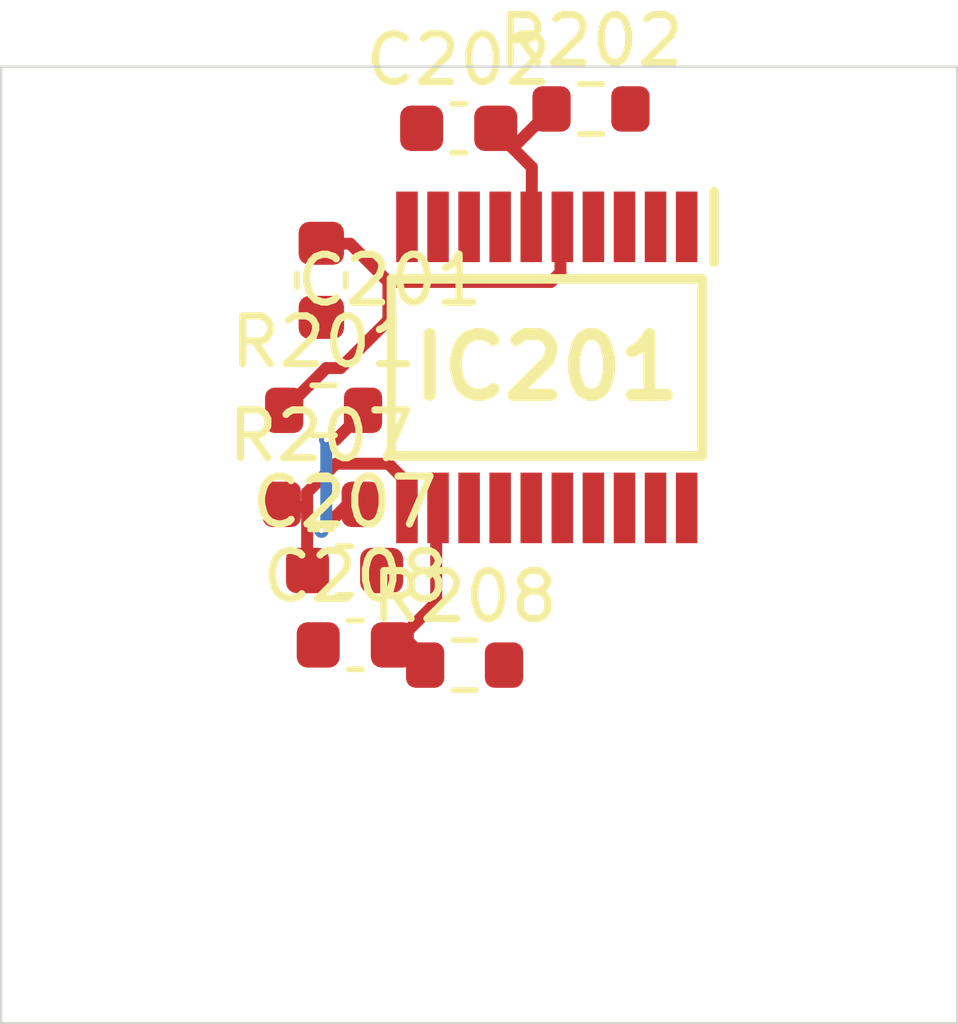
<source format=kicad_pcb>
 ( kicad_pcb  ( version 20171130 )
 ( host pcbnew 5.1.12-84ad8e8a86~92~ubuntu18.04.1 )
 ( general  ( thickness 1.6 )
 ( drawings 4 )
 ( tracks 0 )
 ( zones 0 )
 ( modules 9 )
 ( nets 19 )
)
 ( page A4 )
 ( layers  ( 0 F.Cu signal )
 ( 31 B.Cu signal )
 ( 32 B.Adhes user )
 ( 33 F.Adhes user )
 ( 34 B.Paste user )
 ( 35 F.Paste user )
 ( 36 B.SilkS user )
 ( 37 F.SilkS user )
 ( 38 B.Mask user )
 ( 39 F.Mask user )
 ( 40 Dwgs.User user )
 ( 41 Cmts.User user )
 ( 42 Eco1.User user )
 ( 43 Eco2.User user )
 ( 44 Edge.Cuts user )
 ( 45 Margin user )
 ( 46 B.CrtYd user )
 ( 47 F.CrtYd user )
 ( 48 B.Fab user )
 ( 49 F.Fab user )
)
 ( setup  ( last_trace_width 0.25 )
 ( trace_clearance 0.2 )
 ( zone_clearance 0.508 )
 ( zone_45_only no )
 ( trace_min 0.2 )
 ( via_size 0.8 )
 ( via_drill 0.4 )
 ( via_min_size 0.4 )
 ( via_min_drill 0.3 )
 ( uvia_size 0.3 )
 ( uvia_drill 0.1 )
 ( uvias_allowed no )
 ( uvia_min_size 0.2 )
 ( uvia_min_drill 0.1 )
 ( edge_width 0.05 )
 ( segment_width 0.2 )
 ( pcb_text_width 0.3 )
 ( pcb_text_size 1.5 1.5 )
 ( mod_edge_width 0.12 )
 ( mod_text_size 1 1 )
 ( mod_text_width 0.15 )
 ( pad_size 1.524 1.524 )
 ( pad_drill 0.762 )
 ( pad_to_mask_clearance 0 )
 ( aux_axis_origin 0 0 )
 ( visible_elements FFFFFF7F )
 ( pcbplotparams  ( layerselection 0x010fc_ffffffff )
 ( usegerberextensions false )
 ( usegerberattributes true )
 ( usegerberadvancedattributes true )
 ( creategerberjobfile true )
 ( excludeedgelayer true )
 ( linewidth 0.100000 )
 ( plotframeref false )
 ( viasonmask false )
 ( mode 1 )
 ( useauxorigin false )
 ( hpglpennumber 1 )
 ( hpglpenspeed 20 )
 ( hpglpendiameter 15.000000 )
 ( psnegative false )
 ( psa4output false )
 ( plotreference true )
 ( plotvalue true )
 ( plotinvisibletext false )
 ( padsonsilk false )
 ( subtractmaskfromsilk false )
 ( outputformat 1 )
 ( mirror false )
 ( drillshape 1 )
 ( scaleselection 1 )
 ( outputdirectory "" )
)
)
 ( net 0 "" )
 ( net 1 GND )
 ( net 2 /Sheet6235D886/ch0 )
 ( net 3 /Sheet6235D886/ch1 )
 ( net 4 /Sheet6235D886/ch2 )
 ( net 5 /Sheet6235D886/ch3 )
 ( net 6 /Sheet6235D886/ch4 )
 ( net 7 /Sheet6235D886/ch5 )
 ( net 8 /Sheet6235D886/ch6 )
 ( net 9 /Sheet6235D886/ch7 )
 ( net 10 VDD )
 ( net 11 VDDA )
 ( net 12 /Sheet6235D886/adc_csn )
 ( net 13 /Sheet6235D886/adc_sck )
 ( net 14 /Sheet6235D886/adc_sdi )
 ( net 15 /Sheet6235D886/adc_sdo )
 ( net 16 /Sheet6235D886/vp )
 ( net 17 /Sheet6248AD22/chn0 )
 ( net 18 /Sheet6248AD22/chn3 )
 ( net_class Default "This is the default net class."  ( clearance 0.2 )
 ( trace_width 0.25 )
 ( via_dia 0.8 )
 ( via_drill 0.4 )
 ( uvia_dia 0.3 )
 ( uvia_drill 0.1 )
 ( add_net /Sheet6235D886/adc_csn )
 ( add_net /Sheet6235D886/adc_sck )
 ( add_net /Sheet6235D886/adc_sdi )
 ( add_net /Sheet6235D886/adc_sdo )
 ( add_net /Sheet6235D886/ch0 )
 ( add_net /Sheet6235D886/ch1 )
 ( add_net /Sheet6235D886/ch2 )
 ( add_net /Sheet6235D886/ch3 )
 ( add_net /Sheet6235D886/ch4 )
 ( add_net /Sheet6235D886/ch5 )
 ( add_net /Sheet6235D886/ch6 )
 ( add_net /Sheet6235D886/ch7 )
 ( add_net /Sheet6235D886/vp )
 ( add_net /Sheet6248AD22/chn0 )
 ( add_net /Sheet6248AD22/chn3 )
 ( add_net GND )
 ( add_net VDD )
 ( add_net VDDA )
)
 ( module Capacitor_SMD:C_0603_1608Metric  ( layer F.Cu )
 ( tedit 5F68FEEE )
 ( tstamp 6234222D )
 ( at 86.696700 104.466000 270.000000 )
 ( descr "Capacitor SMD 0603 (1608 Metric), square (rectangular) end terminal, IPC_7351 nominal, (Body size source: IPC-SM-782 page 76, https://www.pcb-3d.com/wordpress/wp-content/uploads/ipc-sm-782a_amendment_1_and_2.pdf), generated with kicad-footprint-generator" )
 ( tags capacitor )
 ( path /6235D887/623691C5 )
 ( attr smd )
 ( fp_text reference C201  ( at 0 -1.43 )
 ( layer F.SilkS )
 ( effects  ( font  ( size 1 1 )
 ( thickness 0.15 )
)
)
)
 ( fp_text value 0.1uF  ( at 0 1.43 )
 ( layer F.Fab )
 ( effects  ( font  ( size 1 1 )
 ( thickness 0.15 )
)
)
)
 ( fp_line  ( start -0.8 0.4 )
 ( end -0.8 -0.4 )
 ( layer F.Fab )
 ( width 0.1 )
)
 ( fp_line  ( start -0.8 -0.4 )
 ( end 0.8 -0.4 )
 ( layer F.Fab )
 ( width 0.1 )
)
 ( fp_line  ( start 0.8 -0.4 )
 ( end 0.8 0.4 )
 ( layer F.Fab )
 ( width 0.1 )
)
 ( fp_line  ( start 0.8 0.4 )
 ( end -0.8 0.4 )
 ( layer F.Fab )
 ( width 0.1 )
)
 ( fp_line  ( start -0.14058 -0.51 )
 ( end 0.14058 -0.51 )
 ( layer F.SilkS )
 ( width 0.12 )
)
 ( fp_line  ( start -0.14058 0.51 )
 ( end 0.14058 0.51 )
 ( layer F.SilkS )
 ( width 0.12 )
)
 ( fp_line  ( start -1.48 0.73 )
 ( end -1.48 -0.73 )
 ( layer F.CrtYd )
 ( width 0.05 )
)
 ( fp_line  ( start -1.48 -0.73 )
 ( end 1.48 -0.73 )
 ( layer F.CrtYd )
 ( width 0.05 )
)
 ( fp_line  ( start 1.48 -0.73 )
 ( end 1.48 0.73 )
 ( layer F.CrtYd )
 ( width 0.05 )
)
 ( fp_line  ( start 1.48 0.73 )
 ( end -1.48 0.73 )
 ( layer F.CrtYd )
 ( width 0.05 )
)
 ( fp_text user %R  ( at 0 0 )
 ( layer F.Fab )
 ( effects  ( font  ( size 0.4 0.4 )
 ( thickness 0.06 )
)
)
)
 ( pad 2 smd roundrect  ( at 0.775 0 270.000000 )
 ( size 0.9 0.95 )
 ( layers F.Cu F.Mask F.Paste )
 ( roundrect_rratio 0.25 )
 ( net 1 GND )
)
 ( pad 1 smd roundrect  ( at -0.775 0 270.000000 )
 ( size 0.9 0.95 )
 ( layers F.Cu F.Mask F.Paste )
 ( roundrect_rratio 0.25 )
 ( net 2 /Sheet6235D886/ch0 )
)
 ( model ${KISYS3DMOD}/Capacitor_SMD.3dshapes/C_0603_1608Metric.wrl  ( at  ( xyz 0 0 0 )
)
 ( scale  ( xyz 1 1 1 )
)
 ( rotate  ( xyz 0 0 0 )
)
)
)
 ( module Capacitor_SMD:C_0603_1608Metric  ( layer F.Cu )
 ( tedit 5F68FEEE )
 ( tstamp 6234223E )
 ( at 89.570100 101.287000 )
 ( descr "Capacitor SMD 0603 (1608 Metric), square (rectangular) end terminal, IPC_7351 nominal, (Body size source: IPC-SM-782 page 76, https://www.pcb-3d.com/wordpress/wp-content/uploads/ipc-sm-782a_amendment_1_and_2.pdf), generated with kicad-footprint-generator" )
 ( tags capacitor )
 ( path /6235D887/62369EE0 )
 ( attr smd )
 ( fp_text reference C202  ( at 0 -1.43 )
 ( layer F.SilkS )
 ( effects  ( font  ( size 1 1 )
 ( thickness 0.15 )
)
)
)
 ( fp_text value 0.1uF  ( at 0 1.43 )
 ( layer F.Fab )
 ( effects  ( font  ( size 1 1 )
 ( thickness 0.15 )
)
)
)
 ( fp_line  ( start 1.48 0.73 )
 ( end -1.48 0.73 )
 ( layer F.CrtYd )
 ( width 0.05 )
)
 ( fp_line  ( start 1.48 -0.73 )
 ( end 1.48 0.73 )
 ( layer F.CrtYd )
 ( width 0.05 )
)
 ( fp_line  ( start -1.48 -0.73 )
 ( end 1.48 -0.73 )
 ( layer F.CrtYd )
 ( width 0.05 )
)
 ( fp_line  ( start -1.48 0.73 )
 ( end -1.48 -0.73 )
 ( layer F.CrtYd )
 ( width 0.05 )
)
 ( fp_line  ( start -0.14058 0.51 )
 ( end 0.14058 0.51 )
 ( layer F.SilkS )
 ( width 0.12 )
)
 ( fp_line  ( start -0.14058 -0.51 )
 ( end 0.14058 -0.51 )
 ( layer F.SilkS )
 ( width 0.12 )
)
 ( fp_line  ( start 0.8 0.4 )
 ( end -0.8 0.4 )
 ( layer F.Fab )
 ( width 0.1 )
)
 ( fp_line  ( start 0.8 -0.4 )
 ( end 0.8 0.4 )
 ( layer F.Fab )
 ( width 0.1 )
)
 ( fp_line  ( start -0.8 -0.4 )
 ( end 0.8 -0.4 )
 ( layer F.Fab )
 ( width 0.1 )
)
 ( fp_line  ( start -0.8 0.4 )
 ( end -0.8 -0.4 )
 ( layer F.Fab )
 ( width 0.1 )
)
 ( fp_text user %R  ( at 0 0 )
 ( layer F.Fab )
 ( effects  ( font  ( size 0.4 0.4 )
 ( thickness 0.06 )
)
)
)
 ( pad 1 smd roundrect  ( at -0.775 0 )
 ( size 0.9 0.95 )
 ( layers F.Cu F.Mask F.Paste )
 ( roundrect_rratio 0.25 )
 ( net 1 GND )
)
 ( pad 2 smd roundrect  ( at 0.775 0 )
 ( size 0.9 0.95 )
 ( layers F.Cu F.Mask F.Paste )
 ( roundrect_rratio 0.25 )
 ( net 3 /Sheet6235D886/ch1 )
)
 ( model ${KISYS3DMOD}/Capacitor_SMD.3dshapes/C_0603_1608Metric.wrl  ( at  ( xyz 0 0 0 )
)
 ( scale  ( xyz 1 1 1 )
)
 ( rotate  ( xyz 0 0 0 )
)
)
)
 ( module Capacitor_SMD:C_0603_1608Metric  ( layer F.Cu )
 ( tedit 5F68FEEE )
 ( tstamp 62342293 )
 ( at 87.182800 110.534000 )
 ( descr "Capacitor SMD 0603 (1608 Metric), square (rectangular) end terminal, IPC_7351 nominal, (Body size source: IPC-SM-782 page 76, https://www.pcb-3d.com/wordpress/wp-content/uploads/ipc-sm-782a_amendment_1_and_2.pdf), generated with kicad-footprint-generator" )
 ( tags capacitor )
 ( path /6235D887/6238B3FE )
 ( attr smd )
 ( fp_text reference C207  ( at 0 -1.43 )
 ( layer F.SilkS )
 ( effects  ( font  ( size 1 1 )
 ( thickness 0.15 )
)
)
)
 ( fp_text value 0.1uF  ( at 0 1.43 )
 ( layer F.Fab )
 ( effects  ( font  ( size 1 1 )
 ( thickness 0.15 )
)
)
)
 ( fp_line  ( start -0.8 0.4 )
 ( end -0.8 -0.4 )
 ( layer F.Fab )
 ( width 0.1 )
)
 ( fp_line  ( start -0.8 -0.4 )
 ( end 0.8 -0.4 )
 ( layer F.Fab )
 ( width 0.1 )
)
 ( fp_line  ( start 0.8 -0.4 )
 ( end 0.8 0.4 )
 ( layer F.Fab )
 ( width 0.1 )
)
 ( fp_line  ( start 0.8 0.4 )
 ( end -0.8 0.4 )
 ( layer F.Fab )
 ( width 0.1 )
)
 ( fp_line  ( start -0.14058 -0.51 )
 ( end 0.14058 -0.51 )
 ( layer F.SilkS )
 ( width 0.12 )
)
 ( fp_line  ( start -0.14058 0.51 )
 ( end 0.14058 0.51 )
 ( layer F.SilkS )
 ( width 0.12 )
)
 ( fp_line  ( start -1.48 0.73 )
 ( end -1.48 -0.73 )
 ( layer F.CrtYd )
 ( width 0.05 )
)
 ( fp_line  ( start -1.48 -0.73 )
 ( end 1.48 -0.73 )
 ( layer F.CrtYd )
 ( width 0.05 )
)
 ( fp_line  ( start 1.48 -0.73 )
 ( end 1.48 0.73 )
 ( layer F.CrtYd )
 ( width 0.05 )
)
 ( fp_line  ( start 1.48 0.73 )
 ( end -1.48 0.73 )
 ( layer F.CrtYd )
 ( width 0.05 )
)
 ( fp_text user %R  ( at 0 0 )
 ( layer F.Fab )
 ( effects  ( font  ( size 0.4 0.4 )
 ( thickness 0.06 )
)
)
)
 ( pad 2 smd roundrect  ( at 0.775 0 )
 ( size 0.9 0.95 )
 ( layers F.Cu F.Mask F.Paste )
 ( roundrect_rratio 0.25 )
 ( net 1 GND )
)
 ( pad 1 smd roundrect  ( at -0.775 0 )
 ( size 0.9 0.95 )
 ( layers F.Cu F.Mask F.Paste )
 ( roundrect_rratio 0.25 )
 ( net 8 /Sheet6235D886/ch6 )
)
 ( model ${KISYS3DMOD}/Capacitor_SMD.3dshapes/C_0603_1608Metric.wrl  ( at  ( xyz 0 0 0 )
)
 ( scale  ( xyz 1 1 1 )
)
 ( rotate  ( xyz 0 0 0 )
)
)
)
 ( module Capacitor_SMD:C_0603_1608Metric  ( layer F.Cu )
 ( tedit 5F68FEEE )
 ( tstamp 623422A4 )
 ( at 87.407100 112.089000 )
 ( descr "Capacitor SMD 0603 (1608 Metric), square (rectangular) end terminal, IPC_7351 nominal, (Body size source: IPC-SM-782 page 76, https://www.pcb-3d.com/wordpress/wp-content/uploads/ipc-sm-782a_amendment_1_and_2.pdf), generated with kicad-footprint-generator" )
 ( tags capacitor )
 ( path /6235D887/6238B404 )
 ( attr smd )
 ( fp_text reference C208  ( at 0 -1.43 )
 ( layer F.SilkS )
 ( effects  ( font  ( size 1 1 )
 ( thickness 0.15 )
)
)
)
 ( fp_text value 0.1uF  ( at 0 1.43 )
 ( layer F.Fab )
 ( effects  ( font  ( size 1 1 )
 ( thickness 0.15 )
)
)
)
 ( fp_line  ( start 1.48 0.73 )
 ( end -1.48 0.73 )
 ( layer F.CrtYd )
 ( width 0.05 )
)
 ( fp_line  ( start 1.48 -0.73 )
 ( end 1.48 0.73 )
 ( layer F.CrtYd )
 ( width 0.05 )
)
 ( fp_line  ( start -1.48 -0.73 )
 ( end 1.48 -0.73 )
 ( layer F.CrtYd )
 ( width 0.05 )
)
 ( fp_line  ( start -1.48 0.73 )
 ( end -1.48 -0.73 )
 ( layer F.CrtYd )
 ( width 0.05 )
)
 ( fp_line  ( start -0.14058 0.51 )
 ( end 0.14058 0.51 )
 ( layer F.SilkS )
 ( width 0.12 )
)
 ( fp_line  ( start -0.14058 -0.51 )
 ( end 0.14058 -0.51 )
 ( layer F.SilkS )
 ( width 0.12 )
)
 ( fp_line  ( start 0.8 0.4 )
 ( end -0.8 0.4 )
 ( layer F.Fab )
 ( width 0.1 )
)
 ( fp_line  ( start 0.8 -0.4 )
 ( end 0.8 0.4 )
 ( layer F.Fab )
 ( width 0.1 )
)
 ( fp_line  ( start -0.8 -0.4 )
 ( end 0.8 -0.4 )
 ( layer F.Fab )
 ( width 0.1 )
)
 ( fp_line  ( start -0.8 0.4 )
 ( end -0.8 -0.4 )
 ( layer F.Fab )
 ( width 0.1 )
)
 ( fp_text user %R  ( at 0 0 )
 ( layer F.Fab )
 ( effects  ( font  ( size 0.4 0.4 )
 ( thickness 0.06 )
)
)
)
 ( pad 1 smd roundrect  ( at -0.775 0 )
 ( size 0.9 0.95 )
 ( layers F.Cu F.Mask F.Paste )
 ( roundrect_rratio 0.25 )
 ( net 1 GND )
)
 ( pad 2 smd roundrect  ( at 0.775 0 )
 ( size 0.9 0.95 )
 ( layers F.Cu F.Mask F.Paste )
 ( roundrect_rratio 0.25 )
 ( net 9 /Sheet6235D886/ch7 )
)
 ( model ${KISYS3DMOD}/Capacitor_SMD.3dshapes/C_0603_1608Metric.wrl  ( at  ( xyz 0 0 0 )
)
 ( scale  ( xyz 1 1 1 )
)
 ( rotate  ( xyz 0 0 0 )
)
)
)
 ( module MCP3564R-E_ST:SOP65P640X120-20N locked  ( layer F.Cu )
 ( tedit 623351C2 )
 ( tstamp 623423D6 )
 ( at 91.413300 106.286000 270.000000 )
 ( descr "20-Lead Plastic Thin Shrink Small Outline (ST) - 4.4mm body [TSSOP]" )
 ( tags "Integrated Circuit" )
 ( path /6235D887/6235E071 )
 ( attr smd )
 ( fp_text reference IC201  ( at 0 0 )
 ( layer F.SilkS )
 ( effects  ( font  ( size 1.27 1.27 )
 ( thickness 0.254 )
)
)
)
 ( fp_text value MCP3564R-E_ST  ( at 0 0 )
 ( layer F.SilkS )
hide  ( effects  ( font  ( size 1.27 1.27 )
 ( thickness 0.254 )
)
)
)
 ( fp_line  ( start -3.925 -3.55 )
 ( end 3.925 -3.55 )
 ( layer Dwgs.User )
 ( width 0.05 )
)
 ( fp_line  ( start 3.925 -3.55 )
 ( end 3.925 3.55 )
 ( layer Dwgs.User )
 ( width 0.05 )
)
 ( fp_line  ( start 3.925 3.55 )
 ( end -3.925 3.55 )
 ( layer Dwgs.User )
 ( width 0.05 )
)
 ( fp_line  ( start -3.925 3.55 )
 ( end -3.925 -3.55 )
 ( layer Dwgs.User )
 ( width 0.05 )
)
 ( fp_line  ( start -2.2 -3.25 )
 ( end 2.2 -3.25 )
 ( layer Dwgs.User )
 ( width 0.1 )
)
 ( fp_line  ( start 2.2 -3.25 )
 ( end 2.2 3.25 )
 ( layer Dwgs.User )
 ( width 0.1 )
)
 ( fp_line  ( start 2.2 3.25 )
 ( end -2.2 3.25 )
 ( layer Dwgs.User )
 ( width 0.1 )
)
 ( fp_line  ( start -2.2 3.25 )
 ( end -2.2 -3.25 )
 ( layer Dwgs.User )
 ( width 0.1 )
)
 ( fp_line  ( start -2.2 -2.6 )
 ( end -1.55 -3.25 )
 ( layer Dwgs.User )
 ( width 0.1 )
)
 ( fp_line  ( start -1.85 -3.25 )
 ( end 1.85 -3.25 )
 ( layer F.SilkS )
 ( width 0.2 )
)
 ( fp_line  ( start 1.85 -3.25 )
 ( end 1.85 3.25 )
 ( layer F.SilkS )
 ( width 0.2 )
)
 ( fp_line  ( start 1.85 3.25 )
 ( end -1.85 3.25 )
 ( layer F.SilkS )
 ( width 0.2 )
)
 ( fp_line  ( start -1.85 3.25 )
 ( end -1.85 -3.25 )
 ( layer F.SilkS )
 ( width 0.2 )
)
 ( fp_line  ( start -3.675 -3.5 )
 ( end -2.2 -3.5 )
 ( layer F.SilkS )
 ( width 0.2 )
)
 ( pad 1 smd rect  ( at -2.938 -2.925 )
 ( size 0.45 1.475 )
 ( layers F.Cu F.Mask F.Paste )
 ( net 11 VDDA )
)
 ( pad 2 smd rect  ( at -2.938 -2.275 )
 ( size 0.45 1.475 )
 ( layers F.Cu F.Mask F.Paste )
 ( net 1 GND )
)
 ( pad 3 smd rect  ( at -2.938 -1.625 )
 ( size 0.45 1.475 )
 ( layers F.Cu F.Mask F.Paste )
 ( net 1 GND )
)
 ( pad 4 smd rect  ( at -2.938 -0.975 )
 ( size 0.45 1.475 )
 ( layers F.Cu F.Mask F.Paste )
)
 ( pad 5 smd rect  ( at -2.938 -0.325 )
 ( size 0.45 1.475 )
 ( layers F.Cu F.Mask F.Paste )
 ( net 2 /Sheet6235D886/ch0 )
)
 ( pad 6 smd rect  ( at -2.938 0.325 )
 ( size 0.45 1.475 )
 ( layers F.Cu F.Mask F.Paste )
 ( net 3 /Sheet6235D886/ch1 )
)
 ( pad 7 smd rect  ( at -2.938 0.975 )
 ( size 0.45 1.475 )
 ( layers F.Cu F.Mask F.Paste )
 ( net 4 /Sheet6235D886/ch2 )
)
 ( pad 8 smd rect  ( at -2.938 1.625 )
 ( size 0.45 1.475 )
 ( layers F.Cu F.Mask F.Paste )
 ( net 5 /Sheet6235D886/ch3 )
)
 ( pad 9 smd rect  ( at -2.938 2.275 )
 ( size 0.45 1.475 )
 ( layers F.Cu F.Mask F.Paste )
 ( net 6 /Sheet6235D886/ch4 )
)
 ( pad 10 smd rect  ( at -2.938 2.925 )
 ( size 0.45 1.475 )
 ( layers F.Cu F.Mask F.Paste )
 ( net 7 /Sheet6235D886/ch5 )
)
 ( pad 11 smd rect  ( at 2.938 2.925 )
 ( size 0.45 1.475 )
 ( layers F.Cu F.Mask F.Paste )
 ( net 8 /Sheet6235D886/ch6 )
)
 ( pad 12 smd rect  ( at 2.938 2.275 )
 ( size 0.45 1.475 )
 ( layers F.Cu F.Mask F.Paste )
 ( net 9 /Sheet6235D886/ch7 )
)
 ( pad 13 smd rect  ( at 2.938 1.625 )
 ( size 0.45 1.475 )
 ( layers F.Cu F.Mask F.Paste )
 ( net 12 /Sheet6235D886/adc_csn )
)
 ( pad 14 smd rect  ( at 2.938 0.975 )
 ( size 0.45 1.475 )
 ( layers F.Cu F.Mask F.Paste )
 ( net 13 /Sheet6235D886/adc_sck )
)
 ( pad 15 smd rect  ( at 2.938 0.325 )
 ( size 0.45 1.475 )
 ( layers F.Cu F.Mask F.Paste )
 ( net 14 /Sheet6235D886/adc_sdi )
)
 ( pad 16 smd rect  ( at 2.938 -0.325 )
 ( size 0.45 1.475 )
 ( layers F.Cu F.Mask F.Paste )
 ( net 15 /Sheet6235D886/adc_sdo )
)
 ( pad 17 smd rect  ( at 2.938 -0.975 )
 ( size 0.45 1.475 )
 ( layers F.Cu F.Mask F.Paste )
)
 ( pad 18 smd rect  ( at 2.938 -1.625 )
 ( size 0.45 1.475 )
 ( layers F.Cu F.Mask F.Paste )
)
 ( pad 19 smd rect  ( at 2.938 -2.275 )
 ( size 0.45 1.475 )
 ( layers F.Cu F.Mask F.Paste )
 ( net 1 GND )
)
 ( pad 20 smd rect  ( at 2.938 -2.925 )
 ( size 0.45 1.475 )
 ( layers F.Cu F.Mask F.Paste )
 ( net 10 VDD )
)
)
 ( module Resistor_SMD:R_0603_1608Metric  ( layer F.Cu )
 ( tedit 5F68FEEE )
 ( tstamp 6234250D )
 ( at 86.744400 107.184000 )
 ( descr "Resistor SMD 0603 (1608 Metric), square (rectangular) end terminal, IPC_7351 nominal, (Body size source: IPC-SM-782 page 72, https://www.pcb-3d.com/wordpress/wp-content/uploads/ipc-sm-782a_amendment_1_and_2.pdf), generated with kicad-footprint-generator" )
 ( tags resistor )
 ( path /6235D887/623641B7 )
 ( attr smd )
 ( fp_text reference R201  ( at 0 -1.43 )
 ( layer F.SilkS )
 ( effects  ( font  ( size 1 1 )
 ( thickness 0.15 )
)
)
)
 ( fp_text value 1k  ( at 0 1.43 )
 ( layer F.Fab )
 ( effects  ( font  ( size 1 1 )
 ( thickness 0.15 )
)
)
)
 ( fp_line  ( start -0.8 0.4125 )
 ( end -0.8 -0.4125 )
 ( layer F.Fab )
 ( width 0.1 )
)
 ( fp_line  ( start -0.8 -0.4125 )
 ( end 0.8 -0.4125 )
 ( layer F.Fab )
 ( width 0.1 )
)
 ( fp_line  ( start 0.8 -0.4125 )
 ( end 0.8 0.4125 )
 ( layer F.Fab )
 ( width 0.1 )
)
 ( fp_line  ( start 0.8 0.4125 )
 ( end -0.8 0.4125 )
 ( layer F.Fab )
 ( width 0.1 )
)
 ( fp_line  ( start -0.237258 -0.5225 )
 ( end 0.237258 -0.5225 )
 ( layer F.SilkS )
 ( width 0.12 )
)
 ( fp_line  ( start -0.237258 0.5225 )
 ( end 0.237258 0.5225 )
 ( layer F.SilkS )
 ( width 0.12 )
)
 ( fp_line  ( start -1.48 0.73 )
 ( end -1.48 -0.73 )
 ( layer F.CrtYd )
 ( width 0.05 )
)
 ( fp_line  ( start -1.48 -0.73 )
 ( end 1.48 -0.73 )
 ( layer F.CrtYd )
 ( width 0.05 )
)
 ( fp_line  ( start 1.48 -0.73 )
 ( end 1.48 0.73 )
 ( layer F.CrtYd )
 ( width 0.05 )
)
 ( fp_line  ( start 1.48 0.73 )
 ( end -1.48 0.73 )
 ( layer F.CrtYd )
 ( width 0.05 )
)
 ( fp_text user %R  ( at 0 0 )
 ( layer F.Fab )
 ( effects  ( font  ( size 0.4 0.4 )
 ( thickness 0.06 )
)
)
)
 ( pad 2 smd roundrect  ( at 0.825 0 )
 ( size 0.8 0.95 )
 ( layers F.Cu F.Mask F.Paste )
 ( roundrect_rratio 0.25 )
 ( net 16 /Sheet6235D886/vp )
)
 ( pad 1 smd roundrect  ( at -0.825 0 )
 ( size 0.8 0.95 )
 ( layers F.Cu F.Mask F.Paste )
 ( roundrect_rratio 0.25 )
 ( net 2 /Sheet6235D886/ch0 )
)
 ( model ${KISYS3DMOD}/Resistor_SMD.3dshapes/R_0603_1608Metric.wrl  ( at  ( xyz 0 0 0 )
)
 ( scale  ( xyz 1 1 1 )
)
 ( rotate  ( xyz 0 0 0 )
)
)
)
 ( module Resistor_SMD:R_0603_1608Metric  ( layer F.Cu )
 ( tedit 5F68FEEE )
 ( tstamp 6234251E )
 ( at 92.337600 100.883000 )
 ( descr "Resistor SMD 0603 (1608 Metric), square (rectangular) end terminal, IPC_7351 nominal, (Body size source: IPC-SM-782 page 72, https://www.pcb-3d.com/wordpress/wp-content/uploads/ipc-sm-782a_amendment_1_and_2.pdf), generated with kicad-footprint-generator" )
 ( tags resistor )
 ( path /6235D887/6236A646 )
 ( attr smd )
 ( fp_text reference R202  ( at 0 -1.43 )
 ( layer F.SilkS )
 ( effects  ( font  ( size 1 1 )
 ( thickness 0.15 )
)
)
)
 ( fp_text value 1k  ( at 0 1.43 )
 ( layer F.Fab )
 ( effects  ( font  ( size 1 1 )
 ( thickness 0.15 )
)
)
)
 ( fp_line  ( start 1.48 0.73 )
 ( end -1.48 0.73 )
 ( layer F.CrtYd )
 ( width 0.05 )
)
 ( fp_line  ( start 1.48 -0.73 )
 ( end 1.48 0.73 )
 ( layer F.CrtYd )
 ( width 0.05 )
)
 ( fp_line  ( start -1.48 -0.73 )
 ( end 1.48 -0.73 )
 ( layer F.CrtYd )
 ( width 0.05 )
)
 ( fp_line  ( start -1.48 0.73 )
 ( end -1.48 -0.73 )
 ( layer F.CrtYd )
 ( width 0.05 )
)
 ( fp_line  ( start -0.237258 0.5225 )
 ( end 0.237258 0.5225 )
 ( layer F.SilkS )
 ( width 0.12 )
)
 ( fp_line  ( start -0.237258 -0.5225 )
 ( end 0.237258 -0.5225 )
 ( layer F.SilkS )
 ( width 0.12 )
)
 ( fp_line  ( start 0.8 0.4125 )
 ( end -0.8 0.4125 )
 ( layer F.Fab )
 ( width 0.1 )
)
 ( fp_line  ( start 0.8 -0.4125 )
 ( end 0.8 0.4125 )
 ( layer F.Fab )
 ( width 0.1 )
)
 ( fp_line  ( start -0.8 -0.4125 )
 ( end 0.8 -0.4125 )
 ( layer F.Fab )
 ( width 0.1 )
)
 ( fp_line  ( start -0.8 0.4125 )
 ( end -0.8 -0.4125 )
 ( layer F.Fab )
 ( width 0.1 )
)
 ( fp_text user %R  ( at 0 0 )
 ( layer F.Fab )
 ( effects  ( font  ( size 0.4 0.4 )
 ( thickness 0.06 )
)
)
)
 ( pad 1 smd roundrect  ( at -0.825 0 )
 ( size 0.8 0.95 )
 ( layers F.Cu F.Mask F.Paste )
 ( roundrect_rratio 0.25 )
 ( net 3 /Sheet6235D886/ch1 )
)
 ( pad 2 smd roundrect  ( at 0.825 0 )
 ( size 0.8 0.95 )
 ( layers F.Cu F.Mask F.Paste )
 ( roundrect_rratio 0.25 )
 ( net 17 /Sheet6248AD22/chn0 )
)
 ( model ${KISYS3DMOD}/Resistor_SMD.3dshapes/R_0603_1608Metric.wrl  ( at  ( xyz 0 0 0 )
)
 ( scale  ( xyz 1 1 1 )
)
 ( rotate  ( xyz 0 0 0 )
)
)
)
 ( module Resistor_SMD:R_0603_1608Metric  ( layer F.Cu )
 ( tedit 5F68FEEE )
 ( tstamp 62342573 )
 ( at 86.696100 109.150000 )
 ( descr "Resistor SMD 0603 (1608 Metric), square (rectangular) end terminal, IPC_7351 nominal, (Body size source: IPC-SM-782 page 72, https://www.pcb-3d.com/wordpress/wp-content/uploads/ipc-sm-782a_amendment_1_and_2.pdf), generated with kicad-footprint-generator" )
 ( tags resistor )
 ( path /6235D887/6238B3F8 )
 ( attr smd )
 ( fp_text reference R207  ( at 0 -1.43 )
 ( layer F.SilkS )
 ( effects  ( font  ( size 1 1 )
 ( thickness 0.15 )
)
)
)
 ( fp_text value 1k  ( at 0 1.43 )
 ( layer F.Fab )
 ( effects  ( font  ( size 1 1 )
 ( thickness 0.15 )
)
)
)
 ( fp_line  ( start -0.8 0.4125 )
 ( end -0.8 -0.4125 )
 ( layer F.Fab )
 ( width 0.1 )
)
 ( fp_line  ( start -0.8 -0.4125 )
 ( end 0.8 -0.4125 )
 ( layer F.Fab )
 ( width 0.1 )
)
 ( fp_line  ( start 0.8 -0.4125 )
 ( end 0.8 0.4125 )
 ( layer F.Fab )
 ( width 0.1 )
)
 ( fp_line  ( start 0.8 0.4125 )
 ( end -0.8 0.4125 )
 ( layer F.Fab )
 ( width 0.1 )
)
 ( fp_line  ( start -0.237258 -0.5225 )
 ( end 0.237258 -0.5225 )
 ( layer F.SilkS )
 ( width 0.12 )
)
 ( fp_line  ( start -0.237258 0.5225 )
 ( end 0.237258 0.5225 )
 ( layer F.SilkS )
 ( width 0.12 )
)
 ( fp_line  ( start -1.48 0.73 )
 ( end -1.48 -0.73 )
 ( layer F.CrtYd )
 ( width 0.05 )
)
 ( fp_line  ( start -1.48 -0.73 )
 ( end 1.48 -0.73 )
 ( layer F.CrtYd )
 ( width 0.05 )
)
 ( fp_line  ( start 1.48 -0.73 )
 ( end 1.48 0.73 )
 ( layer F.CrtYd )
 ( width 0.05 )
)
 ( fp_line  ( start 1.48 0.73 )
 ( end -1.48 0.73 )
 ( layer F.CrtYd )
 ( width 0.05 )
)
 ( fp_text user %R  ( at 0 0 )
 ( layer F.Fab )
 ( effects  ( font  ( size 0.4 0.4 )
 ( thickness 0.06 )
)
)
)
 ( pad 2 smd roundrect  ( at 0.825 0 )
 ( size 0.8 0.95 )
 ( layers F.Cu F.Mask F.Paste )
 ( roundrect_rratio 0.25 )
 ( net 16 /Sheet6235D886/vp )
)
 ( pad 1 smd roundrect  ( at -0.825 0 )
 ( size 0.8 0.95 )
 ( layers F.Cu F.Mask F.Paste )
 ( roundrect_rratio 0.25 )
 ( net 8 /Sheet6235D886/ch6 )
)
 ( model ${KISYS3DMOD}/Resistor_SMD.3dshapes/R_0603_1608Metric.wrl  ( at  ( xyz 0 0 0 )
)
 ( scale  ( xyz 1 1 1 )
)
 ( rotate  ( xyz 0 0 0 )
)
)
)
 ( module Resistor_SMD:R_0603_1608Metric  ( layer F.Cu )
 ( tedit 5F68FEEE )
 ( tstamp 62342584 )
 ( at 89.693400 112.511000 )
 ( descr "Resistor SMD 0603 (1608 Metric), square (rectangular) end terminal, IPC_7351 nominal, (Body size source: IPC-SM-782 page 72, https://www.pcb-3d.com/wordpress/wp-content/uploads/ipc-sm-782a_amendment_1_and_2.pdf), generated with kicad-footprint-generator" )
 ( tags resistor )
 ( path /6235D887/6238B40A )
 ( attr smd )
 ( fp_text reference R208  ( at 0 -1.43 )
 ( layer F.SilkS )
 ( effects  ( font  ( size 1 1 )
 ( thickness 0.15 )
)
)
)
 ( fp_text value 1k  ( at 0 1.43 )
 ( layer F.Fab )
 ( effects  ( font  ( size 1 1 )
 ( thickness 0.15 )
)
)
)
 ( fp_line  ( start 1.48 0.73 )
 ( end -1.48 0.73 )
 ( layer F.CrtYd )
 ( width 0.05 )
)
 ( fp_line  ( start 1.48 -0.73 )
 ( end 1.48 0.73 )
 ( layer F.CrtYd )
 ( width 0.05 )
)
 ( fp_line  ( start -1.48 -0.73 )
 ( end 1.48 -0.73 )
 ( layer F.CrtYd )
 ( width 0.05 )
)
 ( fp_line  ( start -1.48 0.73 )
 ( end -1.48 -0.73 )
 ( layer F.CrtYd )
 ( width 0.05 )
)
 ( fp_line  ( start -0.237258 0.5225 )
 ( end 0.237258 0.5225 )
 ( layer F.SilkS )
 ( width 0.12 )
)
 ( fp_line  ( start -0.237258 -0.5225 )
 ( end 0.237258 -0.5225 )
 ( layer F.SilkS )
 ( width 0.12 )
)
 ( fp_line  ( start 0.8 0.4125 )
 ( end -0.8 0.4125 )
 ( layer F.Fab )
 ( width 0.1 )
)
 ( fp_line  ( start 0.8 -0.4125 )
 ( end 0.8 0.4125 )
 ( layer F.Fab )
 ( width 0.1 )
)
 ( fp_line  ( start -0.8 -0.4125 )
 ( end 0.8 -0.4125 )
 ( layer F.Fab )
 ( width 0.1 )
)
 ( fp_line  ( start -0.8 0.4125 )
 ( end -0.8 -0.4125 )
 ( layer F.Fab )
 ( width 0.1 )
)
 ( fp_text user %R  ( at 0 0 )
 ( layer F.Fab )
 ( effects  ( font  ( size 0.4 0.4 )
 ( thickness 0.06 )
)
)
)
 ( pad 1 smd roundrect  ( at -0.825 0 )
 ( size 0.8 0.95 )
 ( layers F.Cu F.Mask F.Paste )
 ( roundrect_rratio 0.25 )
 ( net 9 /Sheet6235D886/ch7 )
)
 ( pad 2 smd roundrect  ( at 0.825 0 )
 ( size 0.8 0.95 )
 ( layers F.Cu F.Mask F.Paste )
 ( roundrect_rratio 0.25 )
 ( net 18 /Sheet6248AD22/chn3 )
)
 ( model ${KISYS3DMOD}/Resistor_SMD.3dshapes/R_0603_1608Metric.wrl  ( at  ( xyz 0 0 0 )
)
 ( scale  ( xyz 1 1 1 )
)
 ( rotate  ( xyz 0 0 0 )
)
)
)
 ( gr_line  ( start 100 100 )
 ( end 100 120 )
 ( layer Edge.Cuts )
 ( width 0.05 )
 ( tstamp 62E770C4 )
)
 ( gr_line  ( start 80 120 )
 ( end 100 120 )
 ( layer Edge.Cuts )
 ( width 0.05 )
 ( tstamp 62E770C0 )
)
 ( gr_line  ( start 80 100 )
 ( end 100 100 )
 ( layer Edge.Cuts )
 ( width 0.05 )
 ( tstamp 6234110C )
)
 ( gr_line  ( start 80 100 )
 ( end 80 120 )
 ( layer Edge.Cuts )
 ( width 0.05 )
)
 ( segment  ( start 91.700001 103.300002 )
 ( end 91.700001 104.300002 )
 ( width 0.250000 )
 ( layer F.Cu )
 ( net 2 )
)
 ( segment  ( start 91.700001 104.300002 )
 ( end 91.500001 104.500002 )
 ( width 0.250000 )
 ( layer F.Cu )
 ( net 2 )
)
 ( segment  ( start 91.500001 104.500002 )
 ( end 88.100001 104.500002 )
 ( width 0.250000 )
 ( layer F.Cu )
 ( net 2 )
)
 ( segment  ( start 88.100001 104.500002 )
 ( end 87.300001 103.700002 )
 ( width 0.250000 )
 ( layer F.Cu )
 ( net 2 )
)
 ( segment  ( start 87.300001 103.700002 )
 ( end 86.700001 103.700002 )
 ( width 0.250000 )
 ( layer F.Cu )
 ( net 2 )
)
 ( segment  ( start 85.900001 107.200002 )
 ( end 86.800001 106.300002 )
 ( width 0.250000 )
 ( layer F.Cu )
 ( net 2 )
)
 ( segment  ( start 86.800001 106.300002 )
 ( end 87.100001 106.300002 )
 ( width 0.250000 )
 ( layer F.Cu )
 ( net 2 )
)
 ( segment  ( start 87.100001 106.300002 )
 ( end 88.100001 105.300002 )
 ( width 0.250000 )
 ( layer F.Cu )
 ( net 2 )
)
 ( segment  ( start 88.100001 105.300002 )
 ( end 88.100001 104.500002 )
 ( width 0.250000 )
 ( layer F.Cu )
 ( net 2 )
)
 ( segment  ( start 91.100001 103.300002 )
 ( end 91.100001 102.100002 )
 ( width 0.250000 )
 ( layer F.Cu )
 ( net 3 )
)
 ( segment  ( start 91.100001 102.100002 )
 ( end 90.300001 101.300002 )
 ( width 0.250000 )
 ( layer F.Cu )
 ( net 3 )
)
 ( segment  ( start 91.500001 100.900002 )
 ( end 90.700001 101.700002 )
 ( width 0.250000 )
 ( layer F.Cu )
 ( net 3 )
)
 ( segment  ( start 88.500001 109.200002 )
 ( end 88.500001 108.700002 )
 ( width 0.250000 )
 ( layer F.Cu )
 ( net 8 )
)
 ( segment  ( start 88.500001 108.700002 )
 ( end 88.100001 108.300002 )
 ( width 0.250000 )
 ( layer F.Cu )
 ( net 8 )
)
 ( segment  ( start 88.100001 108.300002 )
 ( end 87.000001 108.300002 )
 ( width 0.250000 )
 ( layer F.Cu )
 ( net 8 )
)
 ( segment  ( start 87.000001 108.300002 )
 ( end 86.400001 108.900002 )
 ( width 0.250000 )
 ( layer F.Cu )
 ( net 8 )
)
 ( segment  ( start 86.400001 108.900002 )
 ( end 86.400001 110.500002 )
 ( width 0.250000 )
 ( layer F.Cu )
 ( net 8 )
)
 ( segment  ( start 85.900001 109.200002 )
 ( end 86.400001 109.200002 )
 ( width 0.250000 )
 ( layer F.Cu )
 ( net 8 )
)
 ( segment  ( start 89.100001 109.200002 )
 ( end 89.100001 111.200002 )
 ( width 0.250000 )
 ( layer F.Cu )
 ( net 9 )
)
 ( segment  ( start 89.100001 111.200002 )
 ( end 88.200001 112.100002 )
 ( width 0.250000 )
 ( layer F.Cu )
 ( net 9 )
)
 ( segment  ( start 88.900001 112.500002 )
 ( end 88.900001 112.400002 )
 ( width 0.250000 )
 ( layer F.Cu )
 ( net 9 )
)
 ( segment  ( start 88.900001 112.400002 )
 ( end 88.400001 111.900002 )
 ( width 0.250000 )
 ( layer F.Cu )
 ( net 9 )
)
 ( segment  ( start 87.500001 109.200002 )
 ( end 87.200001 109.200002 )
 ( width 0.250000 )
 ( layer F.Cu )
 ( net 16 )
)
 ( segment  ( start 87.200001 109.200002 )
 ( end 86.700001 109.700002 )
 ( width 0.250000 )
 ( layer F.Cu )
 ( net 16 )
)
 ( segment  ( start 86.700001 109.700002 )
 ( end 86.800001 109.600002 )
 ( width 0.250000 )
 ( layer B.Cu )
 ( net 16 )
)
 ( segment  ( start 86.800001 109.600002 )
 ( end 86.800001 107.800002 )
 ( width 0.250000 )
 ( layer B.Cu )
 ( net 16 )
)
 ( segment  ( start 86.800001 107.800002 )
 ( end 87.000001 107.800002 )
 ( width 0.250000 )
 ( layer F.Cu )
 ( net 16 )
)
 ( segment  ( start 87.000001 107.800002 )
 ( end 87.600001 107.200002 )
 ( width 0.250000 )
 ( layer F.Cu )
 ( net 16 )
)
 ( via micro  ( at 86.700001 109.700002 )
 ( size 0.300000 )
 ( drill 0.100000 )
 ( layers F.Cu B.Cu )
 ( net 16 )
)
 ( via micro  ( at 86.800001 107.800002 )
 ( size 0.300000 )
 ( drill 0.100000 )
 ( layers F.Cu B.Cu )
 ( net 16 )
)
)

</source>
